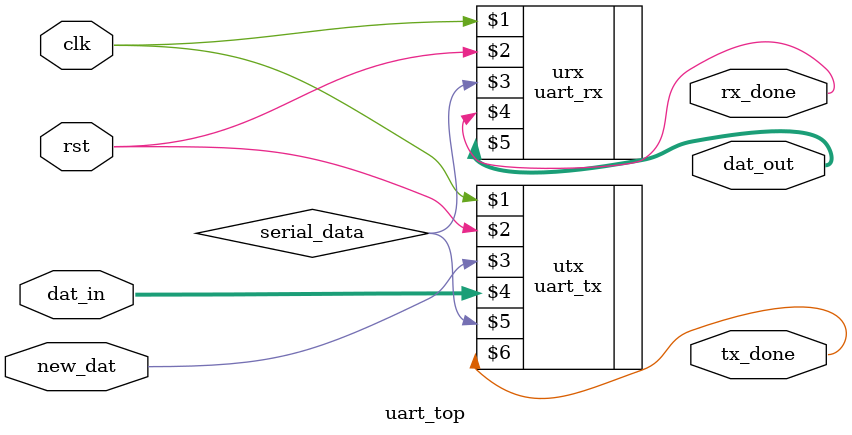
<source format=v>
`timescale 1ns / 1ps


module uart_top(clk, rst, new_dat, dat_in, dat_out, tx_done, rx_done);
    input clk,rst;
    input new_dat;
    input [7:0]dat_in;
    output [7:0]dat_out;
    output tx_done, rx_done;
    wire serial_data;
    
    uart_tx utx(clk, rst, new_dat, dat_in, serial_data, tx_done);
    uart_rx urx(clk, rst, serial_data, rx_done, dat_out);
endmodule

</source>
